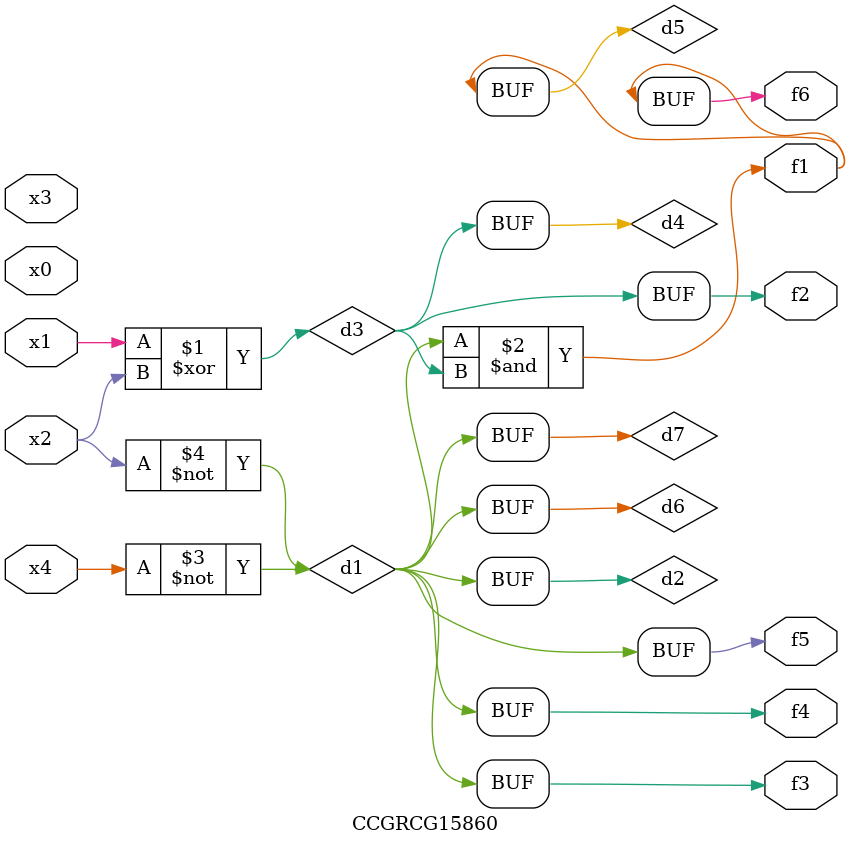
<source format=v>
module CCGRCG15860(
	input x0, x1, x2, x3, x4,
	output f1, f2, f3, f4, f5, f6
);

	wire d1, d2, d3, d4, d5, d6, d7;

	not (d1, x4);
	not (d2, x2);
	xor (d3, x1, x2);
	buf (d4, d3);
	and (d5, d1, d3);
	buf (d6, d1, d2);
	buf (d7, d2);
	assign f1 = d5;
	assign f2 = d4;
	assign f3 = d7;
	assign f4 = d7;
	assign f5 = d7;
	assign f6 = d5;
endmodule

</source>
